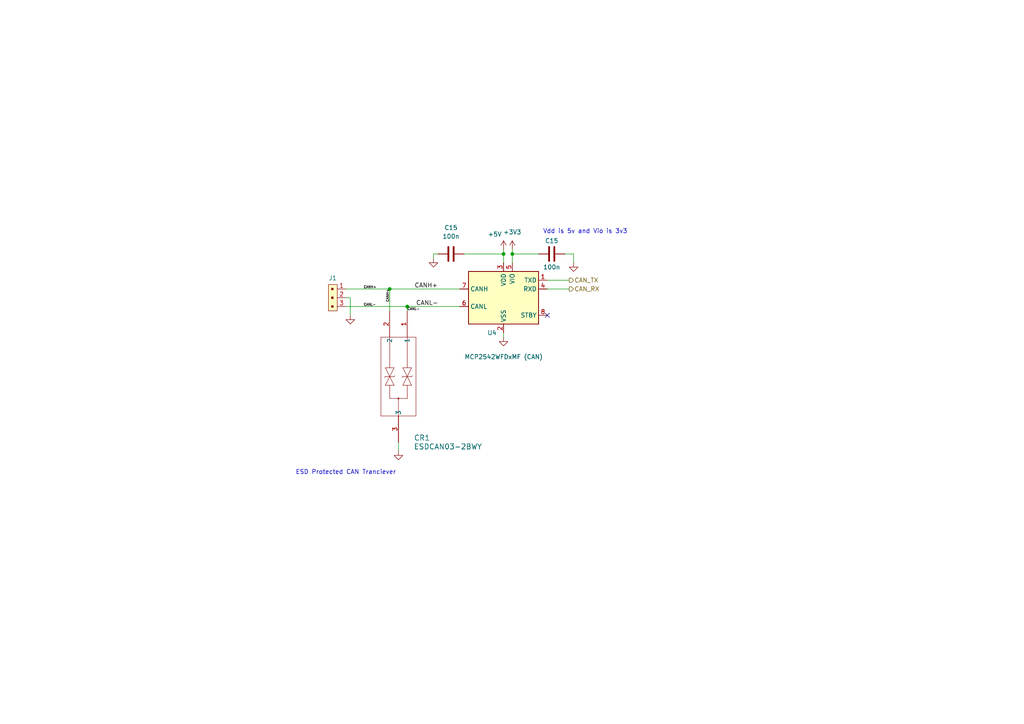
<source format=kicad_sch>
(kicad_sch (version 20230121) (generator eeschema)
  (paper "A4")
  (lib_symbols
    (symbol "Device:C" (pin_numbers hide) (pin_names (offset 0.254))
      (property "Reference" "C" (at 0.635 2.54 0))
      (property "Value" "C" (at 0.635 -2.54 0))
      (symbol "C_0_1"
        (polyline (pts (xy -2.032 -0.762) (xy 2.032 -0.762)) (stroke (width 0.508)))
        (polyline (pts (xy -2.032 0.762) (xy 2.032 0.762)) (stroke (width 0.508)))
      )
      (symbol "C_1_1"
        (pin passive line (at 0 3.81 270) (length 2.794) (name "~") (number "1"))
        (pin passive line (at 0 -3.81 90) (length 2.794) (name "~") (number "2"))
      )
    )
    (symbol "Interface_CAN_LIN:MCP2542WFDxMF"
      (property "Reference" "U" (at -10.16 8.89 0))
      (property "Value" "MCP2542WFDxMF" (at 2.54 8.89 0))
      (symbol "MCP2542WFDxMF_0_1"
        (rectangle (start -10.16 7.62) (end 10.16 -7.62) (stroke (width 0.254)) (fill (type background)))
      )
      (symbol "MCP2542WFDxMF_1_1"
        (pin input line (at -12.7 5.08 0) (length 2.54) (name "TXD") (number "1"))
        (pin power_in line (at 0 -10.16 90) (length 2.54) (name "VSS") (number "2"))
        (pin power_in line (at 0 10.16 270) (length 2.54) (name "VDD") (number "3"))
        (pin output line (at -12.7 2.54 0) (length 2.54) (name "RXD") (number "4"))
        (pin power_in line (at -2.54 10.16 270) (length 2.54) (name "VIO") (number "5"))
        (pin bidirectional line (at 12.7 -2.54 180) (length 2.54) (name "CANL") (number "6"))
        (pin bidirectional line (at 12.7 2.54 180) (length 2.54) (name "CANH") (number "7"))
        (pin input line (at -12.7 -5.08 0) (length 2.54) (name "STBY") (number "8"))
        (pin passive line (at 0 -10.16 90) (length 2.54) hide (name "VSS") (number "9"))
      )
    )
    (symbol "RF_Parts:ESDCAN03-2BWY" (pin_names (offset 0.254))
      (property "Reference" "CR" (at 1.27 10.16 0))
      (property "Value" "ESDCAN03-2BWY" (at 1.27 7.62 0))
      (symbol "ESDCAN03-2BWY_0_1"
        (polyline (pts (xy -11.43 -5.08) (xy 11.43 -5.08)) (stroke (width 0.127)))
        (polyline (pts (xy -11.43 -2.54) (xy -2.54 -2.54)) (stroke (width 0.127)))
        (polyline (pts (xy -11.43 2.54) (xy -2.54 2.54)) (stroke (width 0.127)))
        (polyline (pts (xy -11.43 5.08) (xy -11.43 -5.08)) (stroke (width 0.127)))
        (polyline (pts (xy -2.54 -3.81) (xy -2.54 -1.27)) (stroke (width 0.127)))
        (polyline (pts (xy -2.54 -1.27) (xy 0 -2.54)) (stroke (width 0.127)))
        (polyline (pts (xy -2.54 1.27) (xy -2.54 3.81)) (stroke (width 0.127)))
        (polyline (pts (xy -2.54 3.81) (xy 0 2.54)) (stroke (width 0.127)))
        (polyline (pts (xy 0 -3.81) (xy 0.254 -4.064)) (stroke (width 0.127)))
        (polyline (pts (xy 0 -2.54) (xy -2.54 -3.81)) (stroke (width 0.127)))
        (polyline (pts (xy 0 -2.54) (xy 2.54 -1.27)) (stroke (width 0.127)))
        (polyline (pts (xy 0 -1.27) (xy -0.254 -1.016)) (stroke (width 0.127)))
        (polyline (pts (xy 0 -1.27) (xy 0 -3.81)) (stroke (width 0.127)))
        (polyline (pts (xy 0 1.27) (xy 0.254 1.016)) (stroke (width 0.127)))
        (polyline (pts (xy 0 2.54) (xy -2.54 1.27)) (stroke (width 0.127)))
        (polyline (pts (xy 0 2.54) (xy 2.54 3.81)) (stroke (width 0.127)))
        (polyline (pts (xy 0 3.81) (xy -0.254 4.064)) (stroke (width 0.127)))
        (polyline (pts (xy 0 3.81) (xy 0 1.27)) (stroke (width 0.127)))
        (polyline (pts (xy 2.54 -3.81) (xy 0 -2.54)) (stroke (width 0.127)))
        (polyline (pts (xy 2.54 -2.54) (xy 6.35 -2.54)) (stroke (width 0.127)))
        (polyline (pts (xy 2.54 -1.27) (xy 2.54 -3.81)) (stroke (width 0.127)))
        (polyline (pts (xy 2.54 1.27) (xy 0 2.54)) (stroke (width 0.127)))
        (polyline (pts (xy 2.54 2.54) (xy 6.35 2.54)) (stroke (width 0.127)))
        (polyline (pts (xy 2.54 3.81) (xy 2.54 1.27)) (stroke (width 0.127)))
        (polyline (pts (xy 6.35 -2.54) (xy 6.35 2.54)) (stroke (width 0.127)))
        (polyline (pts (xy 6.35 0) (xy 11.43 0)) (stroke (width 0.127)))
        (polyline (pts (xy 11.43 -5.08) (xy 11.43 5.08)) (stroke (width 0.127)))
        (polyline (pts (xy 11.43 5.08) (xy -11.43 5.08)) (stroke (width 0.127)))
        (circle (center 6.35 0) (radius 0.127) (stroke (width 0.254)))
        (pin unspecified line (at -19.05 2.54 0) (length 7.62) (name "1") (number "1"))
        (pin unspecified line (at -19.05 -2.54 0) (length 7.62) (name "2") (number "2"))
        (pin unspecified line (at 19.05 0 180) (length 7.62) (name "3") (number "3"))
      )
    )
    (symbol "dk_Rectangular-Connectors-Headers-Male-Pins:0022232031" (pin_names (offset 1.016))
      (property "Reference" "J" (at -2.54 1.27 0))
      (property "Value" "0022232031" (at 2.54 -3.81 0))
      (symbol "0022232031_1_1"
        (rectangle (start -1.27 0) (end 6.35 -2.54) (fill (type background)))
        (rectangle (start -0.254 -1.143) (end 0.254 -1.651) (fill (type outline)))
        (rectangle (start 2.286 -1.143) (end 2.794 -1.651) (fill (type outline)))
        (rectangle (start 4.826 -1.143) (end 5.334 -1.651) (fill (type outline)))
        (pin passive line (at 0 2.54 270) (length 2.54) (name "~") (number "1"))
        (pin passive line (at 2.54 2.54 270) (length 2.54) (name "~") (number "2"))
        (pin passive line (at 5.08 2.54 270) (length 2.54) (name "~") (number "3"))
      )
    )
    (symbol "power:+3V3" (power) (pin_names (offset 0))
      (property "Value" "+3V3" (at 0 3.556 0))
      (symbol "+3V3_0_1"
        (polyline (pts (xy -0.762 1.27) (xy 0 2.54)))
        (polyline (pts (xy 0 0) (xy 0 2.54)))
        (polyline (pts (xy 0 2.54) (xy 0.762 1.27)))
      )
      (symbol "+3V3_1_1"
        (pin power_in line (at 0 0 90) (length 0) hide (name "+3V3") (number "1"))
      )
    )
    (symbol "power:+5V" (power) (pin_names (offset 0))
      (property "Value" "+5V" (at 0 3.556 0))
      (symbol "+5V_0_1"
        (polyline (pts (xy -0.762 1.27) (xy 0 2.54)))
        (polyline (pts (xy 0 0) (xy 0 2.54)))
        (polyline (pts (xy 0 2.54) (xy 0.762 1.27)))
      )
      (symbol "+5V_1_1"
        (pin power_in line (at 0 0 90) (length 0) hide (name "+5V") (number "1"))
      )
    )
    (symbol "power:GND" (power) (pin_names (offset 0))
      (property "Value" "GND" (at 0 -3.81 0))
      (symbol "GND_0_1"
        (polyline (pts (xy 0 0) (xy 0 -1.27) (xy 1.27 -1.27) (xy 0 -2.54) (xy -1.27 -1.27) (xy 0 -1.27)))
      )
      (symbol "GND_1_1"
        (pin power_in line (at 0 0 270) (length 0) hide (name "GND") (number "1"))
      )
    )
  )
  (junction (at 146.05 73.66))
  (junction (at 113.03 83.82))
  (junction (at 118.11 88.9))
  (junction (at 148.59 73.66))
  (no_connect (at 158.75 91.44))
  (wire (pts (xy 101.6 86.36) (xy 100.33 86.36)))
  (wire (pts (xy 100.33 83.82) (xy 113.03 83.82)))
  (wire (pts (xy 118.11 88.9) (xy 118.11 90.17)))
  (wire (pts (xy 148.59 73.66) (xy 148.59 76.2)))
  (wire (pts (xy 166.37 73.66) (xy 163.83 73.66)))
  (wire (pts (xy 118.11 88.9) (xy 133.35 88.9)))
  (wire (pts (xy 101.6 91.44) (xy 101.6 86.36)))
  (wire (pts (xy 166.37 76.2) (xy 166.37 73.66)))
  (wire (pts (xy 113.03 83.82) (xy 113.03 90.17)))
  (wire (pts (xy 125.73 73.66) (xy 125.73 74.93)))
  (wire (pts (xy 148.59 72.39) (xy 148.59 73.66)))
  (wire (pts (xy 115.57 128.27) (xy 115.57 130.81)))
  (wire (pts (xy 127 73.66) (xy 125.73 73.66)))
  (wire (pts (xy 146.05 96.52) (xy 146.05 97.79)))
  (wire (pts (xy 100.33 88.9) (xy 118.11 88.9)))
  (wire (pts (xy 134.62 73.66) (xy 146.05 73.66)))
  (wire (pts (xy 158.75 83.82) (xy 165.1 83.82)))
  (wire (pts (xy 158.75 81.28) (xy 165.1 81.28)))
  (wire (pts (xy 146.05 73.66) (xy 146.05 76.2)))
  (wire (pts (xy 113.03 83.82) (xy 133.35 83.82)))
  (wire (pts (xy 148.59 73.66) (xy 156.21 73.66)))
  (wire (pts (xy 146.05 72.39) (xy 146.05 73.66)))
  (text "ESD Protected CAN Tranciever\n" (at 85.725 137.795 0) (effects (font (size 1.27 1.27)) (justify left bottom)))
  (text "Vdd is 5v and Vio is 3v3\n" (at 157.48 67.945 0) (effects (font (size 1.27 1.27)) (justify left bottom)))
  (label "CANL-" (at 105.41 88.9 0) (effects (font (size 0.7 0.7))))
  (label "CANH+" (at 127 83.82 180))
  (label "CANL-" (at 118.11 90.17 0) (effects (font (size 0.7 0.7))))
  (label "CANH+" (at 113.03 87.63 90) (effects (font (size 0.7 0.7))))
  (label "CANL-" (at 120.65 88.9 0))
  (label "CANH+" (at 105.41 83.82 0) (effects (font (size 0.7 0.7))))
  (hierarchical_label "CAN_RX" (shape output) (at 165.1 83.82 0))
  (hierarchical_label "CAN_TX" (shape output) (at 165.1 81.28 0))
  (symbol (lib_id "Device:C") (at 160.02 73.66 270) (unit 1)
    (property "Reference" "C15" (at 160.02 69.85 90))
    (property "Value" "100n" (at 160.02 77.47 90))
    (property "Footprint" "Capacitor_SMD:C_0402_1005Metric" (effects hide))
    (instances (project "CAN-USB RF Module" (path "" (reference "C15") (unit 1)) (path "" (reference "C17") (unit 1))))
  )
  (symbol (lib_id "dk_Rectangular-Connectors-Headers-Male-Pins:0022232031") (at 97.79 83.82 270) (unit 1)
    (property "Reference" "J1" (at 96.52 80.645 90))
    (property "Value" "0022232031" (effects hide))
    (property "Footprint" "digikey-footprints:PinHeader_1x3_P2.54mm_Drill1.02mm" (effects hide))
    (property "Datasheet" "https://www.molex.com/pdm_docs/sd/022232031_sd.pdf" (effects hide))
    (property "Digi-Key_PN" "WM4201-ND" (effects hide))
    (property "MPN" "0022232031" (effects hide))
    (property "Category" "Connectors, Interconnects" (effects hide))
    (property "Family" "Rectangular Connectors - Headers, Male Pins" (effects hide))
    (property "DK_Datasheet_Link" "https://www.molex.com/pdm_docs/sd/022232031_sd.pdf" (effects hide))
    (property "DK_Detail_Page" "/product-detail/en/molex/0022232031/WM4201-ND/26669" (effects hide))
    (property "Description" "CONN HEADER VERT 3POS 2.54MM" (effects hide))
    (property "Manufacturer" "Molex" (effects hide))
    (property "Status" "Active" (effects hide))
  )
  (symbol (lib_id "RF_Parts:ESDCAN03-2BWY") (at 115.57 109.22 270) (unit 1)
    (property "Reference" "CR1" (at 120.015 127 90) (effects (font (size 1.524 1.524)) (justify left)))
    (property "Value" "ESDCAN03-2BWY" (at 120.015 129.54 90) (effects (font (size 1.524 1.524)) (justify left)))
    (property "Footprint" "footprints:SOT323-3L_STM" (effects hide))
    (property "Datasheet" "https://www.st.com/resource/en/datasheet/esdcan03-2bwy.pdf" (effects hide))
  )
  (symbol (lib_id "power:GND") (at 125.73 74.93 0) (unit 1)
    (property "Reference" "#PWR028" (effects hide))
    (property "Value" "GND" (effects hide))
    (instances (project "CAN-USB RF Module" (path "" (reference "#PWR028") (unit 1)) (path "" (reference "#PWR023") (unit 1))))
  )
  (symbol (lib_id "power:GND") (at 146.05 97.79 0) (unit 1)
    (property "Reference" "#PWR018" (effects hide))
    (property "Value" "GND" (effects hide))
    (instances (project "CAN-USB RF Module" (path "" (reference "#PWR018") (unit 1)) (path "" (reference "#PWR028") (unit 1))))
  )
  (symbol (lib_id "Interface_CAN_LIN:MCP2542WFDxMF") (at 146.05 86.36 0) (mirror y) (unit 1)
    (property "Reference" "U4" (at 144.0941 96.52 0) (effects (justify left)))
    (property "Value" "MCP2542WFDxMF (CAN)" (at 157.48 103.505 0) (effects (justify left)))
    (property "Footprint" "Package_DFN_QFN:DFN-8-1EP_3x3mm_P0.65mm_EP1.55x2.4mm" (effects hide))
    (property "Datasheet" "http://ww1.microchip.com/downloads/en/DeviceDoc/MCP2542FD-4FD-MCP2542WFD-4WFD-Data-Sheet20005514B.pdf" (effects hide))
  )
  (symbol (lib_id "Device:C") (at 130.81 73.66 90) (unit 1)
    (property "Reference" "C15" (at 130.81 66.04 90))
    (property "Value" "100n" (at 130.81 68.58 90))
    (property "Footprint" "Capacitor_SMD:C_0402_1005Metric" (effects hide))
    (instances (project "CAN-USB RF Module" (path "" (reference "C15") (unit 1)) (path "" (reference "C10") (unit 1))))
  )
  (symbol (lib_id "power:GND") (at 166.37 76.2 0) (unit 1)
    (property "Reference" "#PWR028" (effects hide))
    (property "Value" "GND" (effects hide))
    (instances (project "CAN-USB RF Module" (path "" (reference "#PWR028") (unit 1)) (path "" (reference "#PWR034") (unit 1))))
  )
  (symbol (lib_id "power:+3V3") (at 148.59 72.39 0) (unit 1)
    (property "Reference" "#PWR012" (effects hide))
    (property "Value" "+3V3" (at 148.59 67.31 0))
  )
  (symbol (lib_id "power:GND") (at 115.57 130.81 0) (unit 1)
    (property "Reference" "#PWR029" (effects hide))
    (property "Value" "GND" (effects hide))
    (instances (project "CAN-USB RF Module" (path "" (reference "#PWR029") (unit 1)) (path "" (reference "#PWR018") (unit 1))))
  )
  (symbol (lib_id "power:GND") (at 101.6 91.44 0) (unit 1)
    (property "Reference" "#PWR030" (effects hide))
    (property "Value" "GND" (effects hide))
    (instances (project "CAN-USB RF Module" (path "" (reference "#PWR030") (unit 1)) (path "" (reference "#PWR014") (unit 1))))
  )
  (symbol (lib_id "power:+5V") (at 146.05 72.39 0) (unit 1)
    (property "Reference" "#PWR035" (effects hide))
    (property "Value" "+5V" (at 143.51 67.945 0))
  )
)
</source>
